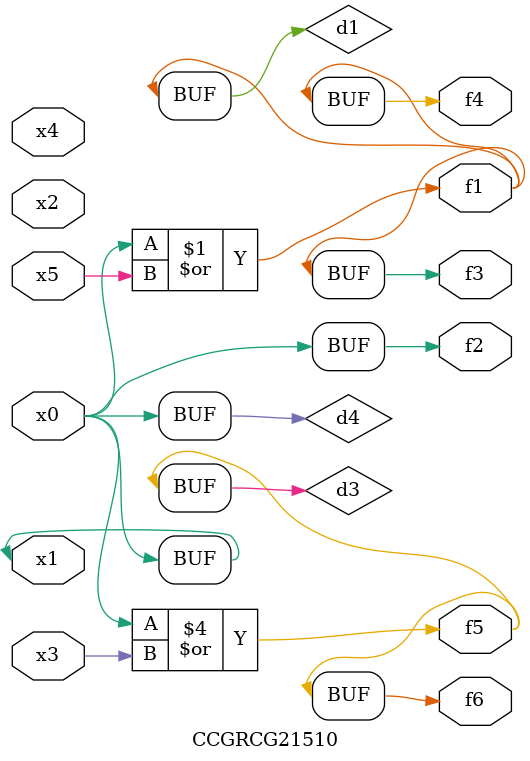
<source format=v>
module CCGRCG21510(
	input x0, x1, x2, x3, x4, x5,
	output f1, f2, f3, f4, f5, f6
);

	wire d1, d2, d3, d4;

	or (d1, x0, x5);
	xnor (d2, x1, x4);
	or (d3, x0, x3);
	buf (d4, x0, x1);
	assign f1 = d1;
	assign f2 = d4;
	assign f3 = d1;
	assign f4 = d1;
	assign f5 = d3;
	assign f6 = d3;
endmodule

</source>
